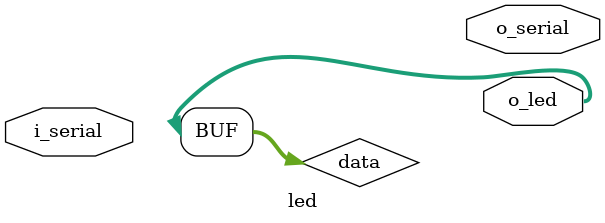
<source format=v>
`include "led_defines.v"

module led(
    input           i_serial,
    output          o_serial,
    output [23:0]   o_led);

    reg [23:0] data;
    assign o_led = data;

    // Do things...

endmodule

</source>
